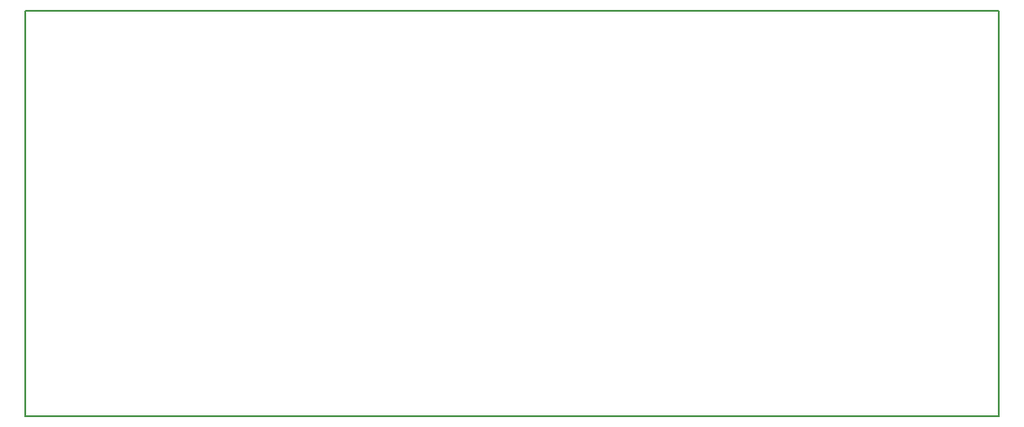
<source format=gko>
G04 DipTrace 2.4.0.2*
%INBoardOutline.gbr*%
%MOIN*%
%ADD11C,0.006*%
%FSLAX44Y44*%
G04*
G70*
G90*
G75*
G01*
%LNBoardOutline*%
%LPD*%
X3940Y3940D2*
D11*
X39940D1*
Y18940D1*
X3940D1*
Y3940D1*
M02*

</source>
